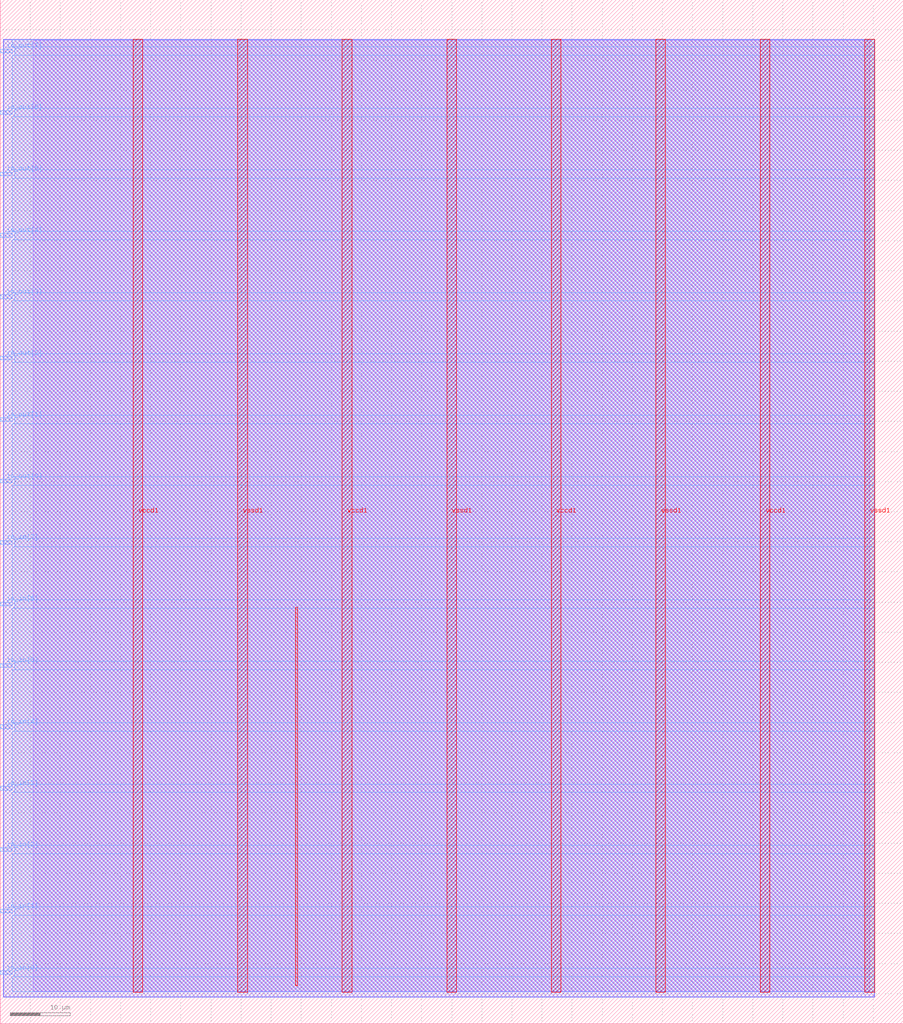
<source format=lef>
VERSION 5.7 ;
  NOWIREEXTENSIONATPIN ON ;
  DIVIDERCHAR "/" ;
  BUSBITCHARS "[]" ;
MACRO morningjava_top
  CLASS BLOCK ;
  FOREIGN morningjava_top ;
  ORIGIN 0.000 0.000 ;
  SIZE 150.000 BY 170.000 ;
  PIN io_in[0]
    DIRECTION INPUT ;
    USE SIGNAL ;
    PORT
      LAYER met3 ;
        RECT 0.000 8.200 2.000 8.800 ;
    END
  END io_in[0]
  PIN io_in[1]
    DIRECTION INPUT ;
    USE SIGNAL ;
    PORT
      LAYER met3 ;
        RECT 0.000 18.400 2.000 19.000 ;
    END
  END io_in[1]
  PIN io_in[2]
    DIRECTION INPUT ;
    USE SIGNAL ;
    PORT
      LAYER met3 ;
        RECT 0.000 28.600 2.000 29.200 ;
    END
  END io_in[2]
  PIN io_in[3]
    DIRECTION INPUT ;
    USE SIGNAL ;
    PORT
      LAYER met3 ;
        RECT 0.000 38.800 2.000 39.400 ;
    END
  END io_in[3]
  PIN io_in[4]
    DIRECTION INPUT ;
    USE SIGNAL ;
    PORT
      LAYER met3 ;
        RECT 0.000 49.000 2.000 49.600 ;
    END
  END io_in[4]
  PIN io_in[5]
    DIRECTION INPUT ;
    USE SIGNAL ;
    PORT
      LAYER met3 ;
        RECT 0.000 59.200 2.000 59.800 ;
    END
  END io_in[5]
  PIN io_in[6]
    DIRECTION INPUT ;
    USE SIGNAL ;
    PORT
      LAYER met3 ;
        RECT 0.000 69.400 2.000 70.000 ;
    END
  END io_in[6]
  PIN io_in[7]
    DIRECTION INPUT ;
    USE SIGNAL ;
    PORT
      LAYER met3 ;
        RECT 0.000 79.600 2.000 80.200 ;
    END
  END io_in[7]
  PIN io_out[0]
    DIRECTION OUTPUT TRISTATE ;
    USE SIGNAL ;
    PORT
      LAYER met3 ;
        RECT 0.000 89.800 2.000 90.400 ;
    END
  END io_out[0]
  PIN io_out[1]
    DIRECTION OUTPUT TRISTATE ;
    USE SIGNAL ;
    PORT
      LAYER met3 ;
        RECT 0.000 100.000 2.000 100.600 ;
    END
  END io_out[1]
  PIN io_out[2]
    DIRECTION OUTPUT TRISTATE ;
    USE SIGNAL ;
    PORT
      LAYER met3 ;
        RECT 0.000 110.200 2.000 110.800 ;
    END
  END io_out[2]
  PIN io_out[3]
    DIRECTION OUTPUT TRISTATE ;
    USE SIGNAL ;
    PORT
      LAYER met3 ;
        RECT 0.000 120.400 2.000 121.000 ;
    END
  END io_out[3]
  PIN io_out[4]
    DIRECTION OUTPUT TRISTATE ;
    USE SIGNAL ;
    PORT
      LAYER met3 ;
        RECT 0.000 130.600 2.000 131.200 ;
    END
  END io_out[4]
  PIN io_out[5]
    DIRECTION OUTPUT TRISTATE ;
    USE SIGNAL ;
    PORT
      LAYER met3 ;
        RECT 0.000 140.800 2.000 141.400 ;
    END
  END io_out[5]
  PIN io_out[6]
    DIRECTION OUTPUT TRISTATE ;
    USE SIGNAL ;
    PORT
      LAYER met3 ;
        RECT 0.000 151.000 2.000 151.600 ;
    END
  END io_out[6]
  PIN io_out[7]
    DIRECTION OUTPUT TRISTATE ;
    USE SIGNAL ;
    PORT
      LAYER met3 ;
        RECT 0.000 161.200 2.000 161.800 ;
    END
  END io_out[7]
  PIN vccd1
    DIRECTION INOUT ;
    USE POWER ;
    PORT
      LAYER met4 ;
        RECT 22.085 5.200 23.685 163.440 ;
    END
    PORT
      LAYER met4 ;
        RECT 56.815 5.200 58.415 163.440 ;
    END
    PORT
      LAYER met4 ;
        RECT 91.545 5.200 93.145 163.440 ;
    END
    PORT
      LAYER met4 ;
        RECT 126.275 5.200 127.875 163.440 ;
    END
  END vccd1
  PIN vssd1
    DIRECTION INOUT ;
    USE GROUND ;
    PORT
      LAYER met4 ;
        RECT 39.450 5.200 41.050 163.440 ;
    END
    PORT
      LAYER met4 ;
        RECT 74.180 5.200 75.780 163.440 ;
    END
    PORT
      LAYER met4 ;
        RECT 108.910 5.200 110.510 163.440 ;
    END
    PORT
      LAYER met4 ;
        RECT 143.640 5.200 145.240 163.440 ;
    END
  END vssd1
  OBS
      LAYER li1 ;
        RECT 5.520 5.355 144.440 163.285 ;
      LAYER met1 ;
        RECT 0.530 4.460 145.240 163.440 ;
      LAYER met2 ;
        RECT 0.560 4.430 145.210 163.385 ;
      LAYER met3 ;
        RECT 2.000 162.200 145.230 163.365 ;
        RECT 2.400 160.800 145.230 162.200 ;
        RECT 2.000 152.000 145.230 160.800 ;
        RECT 2.400 150.600 145.230 152.000 ;
        RECT 2.000 141.800 145.230 150.600 ;
        RECT 2.400 140.400 145.230 141.800 ;
        RECT 2.000 131.600 145.230 140.400 ;
        RECT 2.400 130.200 145.230 131.600 ;
        RECT 2.000 121.400 145.230 130.200 ;
        RECT 2.400 120.000 145.230 121.400 ;
        RECT 2.000 111.200 145.230 120.000 ;
        RECT 2.400 109.800 145.230 111.200 ;
        RECT 2.000 101.000 145.230 109.800 ;
        RECT 2.400 99.600 145.230 101.000 ;
        RECT 2.000 90.800 145.230 99.600 ;
        RECT 2.400 89.400 145.230 90.800 ;
        RECT 2.000 80.600 145.230 89.400 ;
        RECT 2.400 79.200 145.230 80.600 ;
        RECT 2.000 70.400 145.230 79.200 ;
        RECT 2.400 69.000 145.230 70.400 ;
        RECT 2.000 60.200 145.230 69.000 ;
        RECT 2.400 58.800 145.230 60.200 ;
        RECT 2.000 50.000 145.230 58.800 ;
        RECT 2.400 48.600 145.230 50.000 ;
        RECT 2.000 39.800 145.230 48.600 ;
        RECT 2.400 38.400 145.230 39.800 ;
        RECT 2.000 29.600 145.230 38.400 ;
        RECT 2.400 28.200 145.230 29.600 ;
        RECT 2.000 19.400 145.230 28.200 ;
        RECT 2.400 18.000 145.230 19.400 ;
        RECT 2.000 9.200 145.230 18.000 ;
        RECT 2.400 7.800 145.230 9.200 ;
        RECT 2.000 5.275 145.230 7.800 ;
      LAYER met4 ;
        RECT 49.055 6.295 49.385 69.185 ;
  END
END morningjava_top
END LIBRARY


</source>
